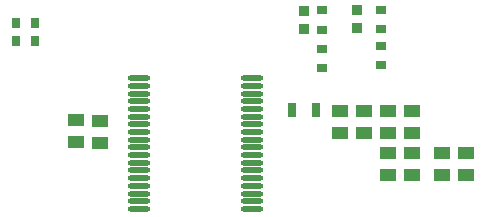
<source format=gtp>
G04*
G04 #@! TF.GenerationSoftware,Altium Limited,Altium Designer,21.6.4 (81)*
G04*
G04 Layer_Color=8421504*
%FSLAX25Y25*%
%MOIN*%
G70*
G04*
G04 #@! TF.SameCoordinates,13C5D553-5763-431C-9762-CD72675E1F57*
G04*
G04*
G04 #@! TF.FilePolarity,Positive*
G04*
G01*
G75*
%ADD15R,0.05315X0.03937*%
%ADD16O,0.07480X0.01968*%
%ADD17R,0.03347X0.02756*%
%ADD18R,0.03740X0.03740*%
%ADD19R,0.02756X0.03347*%
%ADD20R,0.02953X0.04921*%
D15*
X282000Y326284D02*
D03*
Y319000D02*
D03*
X274000Y319358D02*
D03*
Y326642D02*
D03*
X378000Y308358D02*
D03*
Y315642D02*
D03*
X386000Y308358D02*
D03*
Y315642D02*
D03*
Y329642D02*
D03*
Y322358D02*
D03*
X396000Y308358D02*
D03*
Y315642D02*
D03*
X404000Y308358D02*
D03*
Y315642D02*
D03*
X362000Y329642D02*
D03*
Y322358D02*
D03*
X370000Y329642D02*
D03*
Y322358D02*
D03*
X378000Y329642D02*
D03*
Y322358D02*
D03*
D16*
X332402Y297087D02*
D03*
Y299646D02*
D03*
Y302205D02*
D03*
Y304764D02*
D03*
Y307323D02*
D03*
Y309882D02*
D03*
Y312441D02*
D03*
Y315000D02*
D03*
Y317559D02*
D03*
Y320118D02*
D03*
Y322677D02*
D03*
Y325236D02*
D03*
Y327795D02*
D03*
Y330354D02*
D03*
Y332913D02*
D03*
Y335472D02*
D03*
Y338032D02*
D03*
Y340591D02*
D03*
X295000Y297087D02*
D03*
Y299646D02*
D03*
Y302205D02*
D03*
Y304764D02*
D03*
Y307323D02*
D03*
Y309882D02*
D03*
Y312441D02*
D03*
Y315000D02*
D03*
Y317559D02*
D03*
Y320118D02*
D03*
Y322677D02*
D03*
Y325236D02*
D03*
Y327795D02*
D03*
Y330354D02*
D03*
Y332913D02*
D03*
Y335472D02*
D03*
Y338032D02*
D03*
Y340591D02*
D03*
D17*
X375500Y345024D02*
D03*
Y351520D02*
D03*
Y357024D02*
D03*
Y363520D02*
D03*
X356000Y344000D02*
D03*
Y350496D02*
D03*
Y356752D02*
D03*
Y363248D02*
D03*
D18*
X367500Y363224D02*
D03*
Y357319D02*
D03*
X350000Y362953D02*
D03*
Y357047D02*
D03*
D19*
X253752Y353000D02*
D03*
X260248D02*
D03*
X253752Y359000D02*
D03*
X260248D02*
D03*
D20*
X353697Y330177D02*
D03*
X345823D02*
D03*
M02*

</source>
